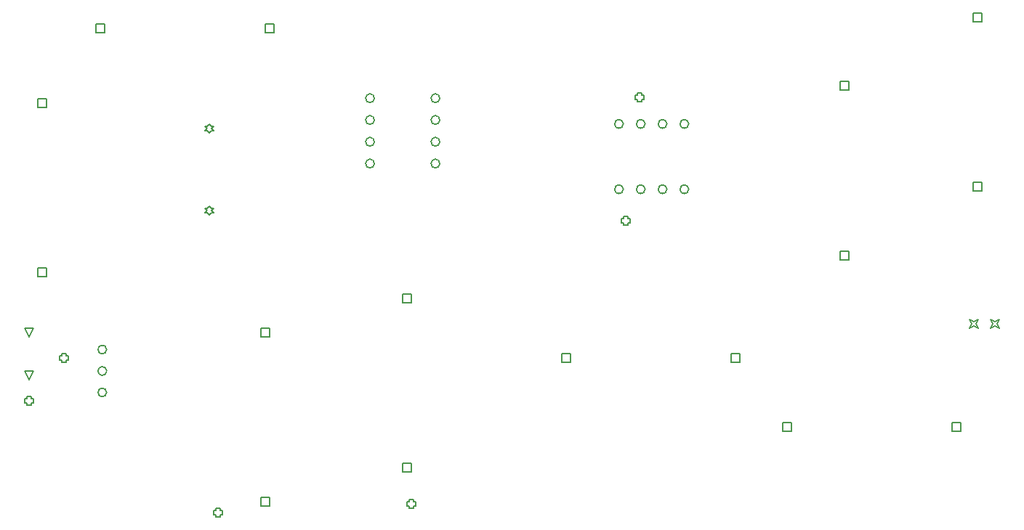
<source format=gbr>
%TF.GenerationSoftware,Altium Limited,Altium Designer,24.9.1 (31)*%
G04 Layer_Color=2752767*
%FSLAX45Y45*%
%MOMM*%
%TF.SameCoordinates,90D1A1F6-6801-43AA-A97B-90F854C06351*%
%TF.FilePolarity,Positive*%
%TF.FileFunction,Drawing*%
%TF.Part,Single*%
G01*
G75*
%TA.AperFunction,NonConductor*%
%ADD49C,0.12700*%
%ADD50C,0.16933*%
D49*
X4200000Y4549200D02*
X4149200Y4650800D01*
X4250800D01*
X4200000Y4549200D01*
Y5049200D02*
X4149200Y5150800D01*
X4250800D01*
X4200000Y5049200D01*
X8549200Y5449200D02*
Y5550800D01*
X8650800D01*
Y5449200D01*
X8549200D01*
Y3475620D02*
Y3577220D01*
X8650800D01*
Y3475620D01*
X8549200D01*
X6899200Y5049200D02*
Y5150800D01*
X7000800D01*
Y5049200D01*
X6899200D01*
Y3075620D02*
Y3177220D01*
X7000800D01*
Y3075620D01*
X6899200D01*
X6949200Y8599200D02*
Y8700800D01*
X7050800D01*
Y8599200D01*
X6949200D01*
X4975620D02*
Y8700800D01*
X5077220D01*
Y8599200D01*
X4975620D01*
X15199200Y8722780D02*
Y8824380D01*
X15300800D01*
Y8722780D01*
X15199200D01*
Y6749200D02*
Y6850800D01*
X15300800D01*
Y6749200D01*
X15199200D01*
X12975620Y3949200D02*
Y4050800D01*
X13077220D01*
Y3949200D01*
X12975620D01*
X14949200D02*
Y4050800D01*
X15050800D01*
Y3949200D01*
X14949200D01*
X6300000Y6472200D02*
X6325400Y6497600D01*
X6350800D01*
X6325400Y6523000D01*
X6350800Y6548400D01*
X6325400D01*
X6300000Y6573800D01*
X6274600Y6548400D01*
X6249200D01*
X6274600Y6523000D01*
X6249200Y6497600D01*
X6274600D01*
X6300000Y6472200D01*
Y7426200D02*
X6325400Y7451600D01*
X6350800D01*
X6325400Y7477000D01*
X6350800Y7502400D01*
X6325400D01*
X6300000Y7527800D01*
X6274600Y7502400D01*
X6249200D01*
X6274600Y7477000D01*
X6249200Y7451600D01*
X6274600D01*
X6300000Y7426200D01*
X4299200Y7722780D02*
Y7824380D01*
X4400800D01*
Y7722780D01*
X4299200D01*
Y5749200D02*
Y5850800D01*
X4400800D01*
Y5749200D01*
X4299200D01*
X10399200Y4749200D02*
Y4850800D01*
X10500800D01*
Y4749200D01*
X10399200D01*
X12372780D02*
Y4850800D01*
X12474380D01*
Y4749200D01*
X12372780D01*
X15399200Y5149200D02*
X15424600Y5200000D01*
X15399200Y5250800D01*
X15450000Y5225400D01*
X15500800Y5250800D01*
X15475400Y5200000D01*
X15500800Y5149200D01*
X15450000Y5174600D01*
X15399200Y5149200D01*
X15149200D02*
X15174600Y5200000D01*
X15149200Y5250800D01*
X15200000Y5225400D01*
X15250800Y5250800D01*
X15225400Y5200000D01*
X15250800Y5149200D01*
X15200000Y5174600D01*
X15149200Y5149200D01*
X13649200Y5949200D02*
Y6050800D01*
X13750800D01*
Y5949200D01*
X13649200D01*
Y7922780D02*
Y8024380D01*
X13750800D01*
Y7922780D01*
X13649200D01*
X4174600Y4274600D02*
Y4249200D01*
X4225400D01*
Y4274600D01*
X4250800D01*
Y4325400D01*
X4225400D01*
Y4350800D01*
X4174600D01*
Y4325400D01*
X4149200D01*
Y4274600D01*
X4174600D01*
X11286100Y7813100D02*
Y7787700D01*
X11336900D01*
Y7813100D01*
X11362300D01*
Y7863900D01*
X11336900D01*
Y7889300D01*
X11286100D01*
Y7863900D01*
X11260700D01*
Y7813100D01*
X11286100D01*
X11124600Y6374600D02*
Y6349200D01*
X11175400D01*
Y6374600D01*
X11200800D01*
Y6425400D01*
X11175400D01*
Y6450800D01*
X11124600D01*
Y6425400D01*
X11099200D01*
Y6374600D01*
X11124600D01*
X6374600Y2974600D02*
Y2949200D01*
X6425400D01*
Y2974600D01*
X6450800D01*
Y3025400D01*
X6425400D01*
Y3050800D01*
X6374600D01*
Y3025400D01*
X6349200D01*
Y2974600D01*
X6374600D01*
X8624600Y3074600D02*
Y3049200D01*
X8675400D01*
Y3074600D01*
X8700800D01*
Y3125400D01*
X8675400D01*
Y3150800D01*
X8624600D01*
Y3125400D01*
X8599200D01*
Y3074600D01*
X8624600D01*
X4574600Y4774600D02*
Y4749200D01*
X4625400D01*
Y4774600D01*
X4650800D01*
Y4825400D01*
X4625400D01*
Y4850800D01*
X4574600D01*
Y4825400D01*
X4549200D01*
Y4774600D01*
X4574600D01*
D50*
X11881800Y7531000D02*
G03*
X11881800Y7531000I-50800J0D01*
G01*
X11627800D02*
G03*
X11627800Y7531000I-50800J0D01*
G01*
X11373800D02*
G03*
X11373800Y7531000I-50800J0D01*
G01*
X11119800D02*
G03*
X11119800Y7531000I-50800J0D01*
G01*
X11881800Y6769000D02*
G03*
X11881800Y6769000I-50800J0D01*
G01*
X11627800D02*
G03*
X11627800Y6769000I-50800J0D01*
G01*
X11373800D02*
G03*
X11373800Y6769000I-50800J0D01*
G01*
X11119800D02*
G03*
X11119800Y6769000I-50800J0D01*
G01*
X8219800Y7831000D02*
G03*
X8219800Y7831000I-50800J0D01*
G01*
Y7577000D02*
G03*
X8219800Y7577000I-50800J0D01*
G01*
Y7323000D02*
G03*
X8219800Y7323000I-50800J0D01*
G01*
Y7069000D02*
G03*
X8219800Y7069000I-50800J0D01*
G01*
X8981800Y7831000D02*
G03*
X8981800Y7831000I-50800J0D01*
G01*
Y7577000D02*
G03*
X8981800Y7577000I-50800J0D01*
G01*
Y7323000D02*
G03*
X8981800Y7323000I-50800J0D01*
G01*
Y7069000D02*
G03*
X8981800Y7069000I-50800J0D01*
G01*
X5100800Y4900000D02*
G03*
X5100800Y4900000I-50800J0D01*
G01*
Y4650000D02*
G03*
X5100800Y4650000I-50800J0D01*
G01*
Y4400000D02*
G03*
X5100800Y4400000I-50800J0D01*
G01*
%TF.MD5,ad521cbd81871e92acf97e725b8cdc5a*%
M02*

</source>
